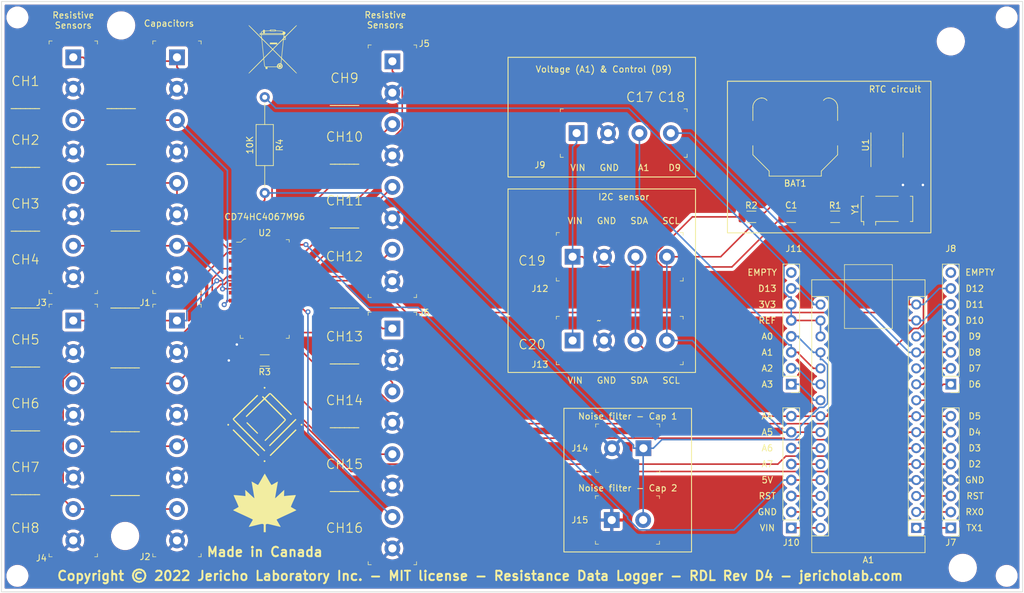
<source format=kicad_pcb>
(kicad_pcb (version 20211014) (generator pcbnew)
  (title_block (title "Resistance Data Logger (RDL) Controller") (rev "Rev D6"))
  (layers (0 "F.Cu" signal) (31 "B.Cu" signal) (34 "B.Paste" user) (35 "F.Paste" user) (36 "B.SilkS" user "B.Silkscreen") (37 "F.SilkS" user "F.Silkscreen") (38 "B.Mask" user) (39 "F.Mask" user) (44 "Edge.Cuts" user))
  (net 0 "")
  (net 1 "/pin3")
  (net 2 "/GND")
  (net 3 "/pin5")
  (net 4 "/pin6")
  (net 5 "/pin7")
  (net 6 "/pin8")
  (net 7 "/pin9")
  (net 8 "/pin10")
  (net 9 "/pin11")
  (net 10 "/pin12")
  (net 11 "/pin13")
  (net 12 "/pin14")
  (net 13 "/pin16")
  (net 14 "/pin17")
  (net 15 "/pin19")
  (net 16 "/pin20")
  (net 17 "/pin21")
  (net 18 "/pin22")
  (net 20 "/pin25")
  (net 21 "/pin27")
  (net 22 "/pin28")
  (net 23 "/pin30")
  (net 24 "/CH1")
  (net 25 "/CH2")
  (net 26 "/CH3")
  (net 27 "/CH4")
  (net 28 "/pin1")
  (net 29 "/pin2")
  (net 31 "/pin26")
  (net 32 "/pin29")
  (net 33 "/VCC15")
  (net 34 "/CH5")
  (net 35 "/CH7")
  (net 36 "/CH8")
  (net 37 "/CH6")
  (net 38 "/CH9")
  (net 39 "/CH10")
  (net 40 "/CH11")
  (net 41 "/CH12")
  (net 42 "/CH13")
  (net 43 "/CH14")
  (net 44 "/CH15")
  (net 45 "/CH16")
  (net 46 "/SDA")
  (net 47 "/SCL")
  (net 48 "/SQW")
  (net 49 "+BATT")
  (net 50 "Net-(R3-Pad1)")
  (net 51 "/OSCI")
  (net 52 "/OSCO")
  (footprint "Resistor_THT:R_Axial_DIN0207_L6.3mm_D2.5mm_P15.24mm_Horizontal" (layer "F.Cu") (at 110.49 58.42 -90)
    (fp_text reference "R4")
    (fp_text value "10K")
  )
  (footprint "digikey-footprints:Term_Block_1x4_P5mm" (layer "F.Cu") (at 160.14 64.135)
    (fp_text reference "J9")
    (fp_text value "~")
  )
  (footprint "Connector_PinHeader_2.54mm:PinHeader_1x08_P2.54mm_Vertical" (layer "F.Cu") (at 194.31 104.11 180)
    (fp_text reference "J11")
    (fp_text value "Screw_Terminal_01x15" hide)
  )
  (footprint "Resistor_SMD:R_1206_3216Metric" (layer "F.Cu") (at 201.295 77.47)
    (fp_text reference "R1")
    (fp_text value "10k")
  )
  (footprint "Connector_PinHeader_2.54mm:PinHeader_1x08_P2.54mm_Vertical" (layer "F.Cu") (at 219.71 104.11 180)
    (fp_text reference "J8")
    (fp_text value "Screw_Terminal_01x15" hide)
  )
  (footprint "Package_SO:SOIC-8_3.9x4.9mm_P1.27mm" (layer "F.Cu") (at 209.55 66.04 90)
    (fp_text reference "U1")
    (fp_text value "DS1307ZN+")
  )
  (footprint "digikey-footprints:Term_Block_1x2_P5mm" (layer "F.Cu") (at 165.735 125.73)
    (fp_text reference "J15")
    (fp_text value "OSTTC020162" hide)
  )
  (footprint "Connector_PinHeader_2.54mm:PinHeader_1x08_P2.54mm_Vertical" (layer "F.Cu") (at 219.71 126.985 180)
    (fp_text reference "J7")
    (fp_text value "Screw_Terminal_01x15" hide)
  )
  (footprint "digikey-footprints:Term_Block_1x8_P5mm" (layer "F.Cu") (at 130.81 52.705 -90)
    (fp_text reference "J5")
    (fp_text value "Screw_Terminal_01x08" hide)
  )
  (footprint "digikey-footprints:SOIC-24_W7.50mm" (layer "F.Cu") (at 110.49 88.9 -90)
    (fp_text reference "U2")
    (fp_text value "CD74HC4067M96")
  )
  (footprint "KiCAD footprints:Do not throw to garbage logo WEEE2" (layer "F.Cu") (at 111.76 50.8)
    (fp_text reference "G1" hide)
    (fp_text value "LOGO" hide)
  )
  (footprint "MountingHole:MountingHole_3.5mm" (layer "F.Cu") (at 219.71 49.53)
    (fp_text reference "H6" hide)
    (fp_text value "MountingHole_3.5mm" hide)
  )
  (footprint "MountingHole:MountingHole_2.5mm" (layer "F.Cu") (at 228.6 134.62)
    (fp_text reference "H3" hide)
    (fp_text value "MountingHole_2.5mm" hide)
  )
  (footprint "MountingHole:MountingHole_3.5mm" (layer "F.Cu") (at 88.265 128.27)
    (fp_text reference "H8" hide)
    (fp_text value "MountingHole_3.5mm" hide)
  )
  (footprint "digikey-footprints:Term_Block_1x4_P5mm" (layer "F.Cu") (at 159.505 97.155)
    (fp_text reference "J13")
    (fp_text value "~" hide)
  )
  (footprint "digikey-footprints:Term_Block_1x8_P5mm" (layer "F.Cu") (at 96.52 52.07 -90)
    (fp_text reference "J1")
    (fp_text value "Screw_Terminal_01x08" hide)
  )
  (footprint "MountingHole:MountingHole_3.5mm" (layer "F.Cu") (at 221.615 133.35)
    (fp_text reference "H7" hide)
    (fp_text value "MountingHole_3.5mm" hide)
  )
  (footprint "digikey-footprints:Term_Block_1x2_P5mm" (layer "F.Cu") (at 170.775 114.3 180)
    (fp_text reference "J14")
    (fp_text value "~" hide)
  )
  (footprint "MountingHole:MountingHole_2.5mm" (layer "F.Cu") (at 71.12 134.62)
    (fp_text reference "H4" hide)
    (fp_text value "MountingHole_2.5mm" hide)
  )
  (footprint "digikey-footprints:Term_Block_1x8_P5mm" (layer "F.Cu") (at 96.52 93.98 -90)
    (fp_text reference "J2")
    (fp_text value "Screw_Terminal_01x08" hide)
  )
  (footprint "digikey-footprints:Term_Block_1x4_P5mm" (layer "F.Cu") (at 159.505 83.82)
    (fp_text reference "J12")
    (fp_text value "Screw_Terminal_01x04" hide)
  )
  (footprint "Module:Arduino_Nano" (layer "F.Cu") (at 214.21 126.985 180)
    (fp_text reference "A1")
    (fp_text value "Arduino_Nano_v3.x" hide)
  )
  (footprint "Capacitor_SMD:C_1206_3216Metric" (layer "F.Cu") (at 194.31 77.47)
    (fp_text reference "C1")
    (fp_text value "1 uF")
  )
  (footprint "Connector_PinHeader_2.54mm:PinHeader_1x08_P2.54mm_Vertical" (layer "F.Cu") (at 194.31 126.985 180)
    (fp_text reference "J10")
    (fp_text value "Screw_Terminal_01x15" hide)
  )
  (footprint "digikey-footprints:Term_Block_1x8_P5mm" (layer "F.Cu") (at 80.01 52.07 -90)
    (fp_text reference "J3")
    (fp_text value "Screw_Terminal_01x08" hide)
  )
  (footprint "digikey-footprints:Term_Block_1x8_P5mm" (layer "F.Cu") (at 80.01 93.98 -90)
    (fp_text reference "J4")
    (fp_text value "~" hide)
  )
  (footprint "KiCAD footprints:made-in-canada" (layer "F.Cu") (at 110.49 123.19)
    (fp_text reference "G2" hide)
    (fp_text value "LOGO" hide)
  )
  (footprint "Battery:BatteryHolder_Keystone_3000_1x12mm" (layer "F.Cu") (at 194.945 64.135 180)
    (fp_text reference "BAT1")
    (fp_text value "3V")
  )
  (footprint "MountingHole:MountingHole_2.5mm" (layer "F.Cu") (at 228.6 45.72)
    (fp_text reference "H2" hide)
    (fp_text value "MountingHole_2.5mm" hide)
  )
  (footprint "Crystal:Crystal_SMD_Abracon_ABS25-4Pin_8.0x3.8mm" (layer "F.Cu") (at 209.55 76.2 90)
    (fp_text reference "Y1")
    (fp_text value "Crystal")
  )
  (footprint "MountingHole:MountingHole_3.5mm" (layer "F.Cu") (at 87.63 46.99)
    (fp_text reference "H5" hide)
    (fp_text value "MountingHole_3.5mm" hide)
  )
  (footprint "MountingHole:MountingHole_2.5mm" (layer "F.Cu") (at 71.12 45.72)
    (fp_text reference "H1" hide)
    (fp_text value "MountingHole_2.5mm" hide)
  )
  (footprint "Jericho-logo-kicad:jericho-logo-kicad" (layer "F.Cu") (at 110.49 110.49)
    (fp_text reference "G***" hide)
    (fp_text value "LOGO" hide)
  )
  (footprint "Resistor_SMD:R_1206_3216Metric" (layer "F.Cu") (at 187.96 77.47)
    (fp_text reference "R2")
    (fp_text value "10k")
  )
  (footprint "digikey-footprints:Term_Block_1x8_P5mm" (layer "F.Cu") (at 130.81 95.25 -90)
    (fp_text reference "J6")
    (fp_text value "~" hide)
  )
  (footprint "Resistor_SMD:R_1206_3216Metric" (layer "F.Cu") (at 110.49 100.33 180)
    (fp_text reference "R3")
    (fp_text value "10K")
  )
  (gr_rect (start 158.115 107.95) (end 178.435 130.81) (layer "F.SilkS") (width 0.15) (fill none))
  (gr_rect (start 184.15 55.88) (end 216.535 80.01) (layer "F.SilkS") (width 0.15) (fill none))
  (gr_rect (start 149.225 73.025) (end 179.07 102.235) (layer "F.SilkS") (width 0.15) (fill none))
  (gr_rect (start 149.225 52.07) (end 179.07 71.12) (layer "F.SilkS") (width 0.15) (fill none))
  (gr_rect (start 68.58 43.18) (end 231.14 137.16) (layer "Edge.Cuts") (width 0.1) (fill none))
  (gr_text "REF" (at 190.5 93.965) (layer "F.SilkS") (effects (font (size 1 1))))
  (gr_text "______" (at 72.39 79.2) (layer "F.SilkS") (effects (font (size 1 1))))
  (gr_text "D4" (at 223.52 111.745) (layer "F.SilkS") (effects (font (size 1 1))))
  (gr_text "RTC circuit" (at 210.82 57.15) (layer "F.SilkS") (effects (font (size 1 1))))
  (gr_text "CH9" (at 123.19 55.38) (layer "F.SilkS") (effects (font (size 1.5 1.5))))
  (gr_text "D6" (at 223.52 104.125) (layer "F.SilkS") (effects (font (size 1 1))))
  (gr_text "VIN   GND   SDA   SCL" (at 167.64 103.505) (layer "F.SilkS") (effects (font (size 1 1))))
  (gr_text "CH10" (at 123.19 64.73) (layer "F.SilkS") (effects (font (size 1.5 1.5))))
  (gr_text "RST" (at 190.5 121.905) (layer "F.SilkS") (effects (font (size 1 1))))
  (gr_text "______" (at 72.39 59.69) (layer "F.SilkS") (effects (font (size 1 1))))
  (gr_text "D2" (at 223.52 116.825) (layer "F.SilkS") (effects (font (size 1 1))))
  (gr_text "TX1" (at 223.52 126.985) (layer "F.SilkS") (effects (font (size 1 1))))
  (gr_text "______" (at 88.265 91.44) (layer "F.SilkS") (effects (font (size 1 1))))
  (gr_text "______" (at 88.265 111.125) (layer "F.SilkS") (effects (font (size 1 1))))
  (gr_text "I2C sensor" (at 167.64 74.295) (layer "F.SilkS") (effects (font (size 1 1))))
  (gr_text "______" (at 123.19 110.49) (layer "F.SilkS") (effects (font (size 1 1))))
  (gr_text "______" (at 87.63 59.69) (layer "F.SilkS") (effects (font (size 1 1))))
  (gr_text "VIN" (at 190.5 126.985) (layer "F.SilkS") (effects (font (size 1 1))))
  (gr_text "C17" (at 170.18 58.42) (layer "F.SilkS") (effects (font (size 1.5 1.5))))
  (gr_text "CH16" (at 123.19 127) (layer "F.SilkS") (effects (font (size 1.5 1.5))))
  (gr_text "Resistive\nSensors" (at 129.7 46.14) (layer "F.SilkS") (effects (font (size 1 1))))
  (gr_text "CH1" (at 72.39 55.88) (layer "F.SilkS") (effects (font (size 1.5 1.5))))
  (gr_text "RX0" (at 223.52 124.445) (layer "F.SilkS") (effects (font (size 1 1))))
  (gr_text "______" (at 72.39 69.04) (layer "F.SilkS") (effects (font (size 1 1))))
  (gr_text "______" (at 123.19 91.44) (layer "F.SilkS") (effects (font (size 1 1))))
  (gr_text "D12" (at 223.52 88.885) (layer "F.SilkS") (effects (font (size 1 1))))
  (gr_text "RST" (at 223.571097 121.912433) (layer "F.SilkS") (effects (font (size 1 1))))
  (gr_text "Noise filter - Cap 1" (at 168.275 109.22) (layer "F.SilkS") (effects (font (size 1 1))))
  (gr_text "CH15" (at 123.19 116.84) (layer "F.SilkS") (effects (font (size 1.5 1.5))))
  (gr_text "______" (at 123.19 59.19) (layer "F.SilkS") (effects (font (size 1 1))))
  (gr_text "D10" (at 223.52 93.965) (layer "F.SilkS") (effects (font (size 1 1))))
  (gr_text "EMPTY" (at 224.365866 86.311061) (layer "F.SilkS") (effects (font (size 1 1))))
  (gr_text "D8" (at 223.52 99.045) (layer "F.SilkS") (effects (font (size 1 1))))
  (gr_text "GND" (at 223.52 119.365) (layer "F.SilkS") (effects (font (size 1 1))))
  (gr_text "CH13" (at 123.19 96.52) (layer "F.SilkS") (effects (font (size 1.5 1.5))))
  (gr_text "______" (at 72.39 91.44) (layer "F.SilkS") (effects (font (size 1 1))))
  (gr_text "______" (at 72.39 100.83) (layer "F.SilkS") (effects (font (size 1 1))))
  (gr_text "CH8" (at 72.39 127) (layer "F.SilkS") (effects (font (size 1.5 1.5))))
  (gr_text "5V" (at 190.5 119.365) (layer "F.SilkS") (effects (font (size 1 1))))
  (gr_text "CH12" (at 123.19 83.78) (layer "F.SilkS") (effects (font (size 1.5 1.5))))
  (gr_text "Copyright © 2022 Jericho Laboratory Inc. - MIT license - Resistance Data Logger - RDL Rev D4 - jericholab.com" (at 144.78 134.62) (layer "F.SilkS") (effects (font (size 1.5 1.5) (thickness 0.3))))
  (gr_text "Made in Canada" (at 110.49 130.81) (layer "F.SilkS") (effects (font (size 1.5 1.5) (thickness 0.3))))
  (gr_text "A7" (at 190.5 116.825) (layer "F.SilkS") (effects (font (size 1 1))))
  (gr_text "______" (at 87.63 68.58) (layer "F.SilkS") (effects (font (size 1 1))))
  (gr_text "D5" (at 223.52 109.205) (layer "F.SilkS") (effects (font (size 1 1))))
  (gr_text "______" (at 123.19 120.65) (layer "F.SilkS") (effects (font (size 1 1))))
  (gr_text "D3" (at 223.52 114.285) (layer "F.SilkS") (effects (font (size 1 1))))
  (gr_text "______" (at 88.265 121.285) (layer "F.SilkS") (effects (font (size 1 1))))
  (gr_text "A3" (at 190.5 104.125) (layer "F.SilkS") (effects (font (size 1 1))))
  (gr_text "______" (at 123.19 68.54) (layer "F.SilkS") (effects (font (size 1 1))))
  (gr_text "A5" (at 190.5 111.745) (layer "F.SilkS") (effects (font (size 1 1))))
  (gr_text "Noise filter - Cap 2" (at 168.275 120.65) (layer "F.SilkS") (effects (font (size 1 1))))
  (gr_text "______" (at 72.39 121.15) (layer "F.SilkS") (effects (font (size 1 1))))
  (gr_text "GND" (at 190.5 124.445) (layer "F.SilkS") (effects (font (size 1 1))))
  (gr_text "______" (at 88.265 100.965) (layer "F.SilkS") (effects (font (size 1 1))))
  (gr_text "Capacitors" (at 95.25 46.67) (layer "F.SilkS") (effects (font (size 1 1))))
  (gr_text "Voltage (A1) & Control (D9)\n" (at 164.465 53.975) (layer "F.SilkS") (effects (font (size 1 1))))
  (gr_text "______" (at 88.306386 79.183406) (layer "F.SilkS") (effects (font (size 1 1))))
  (gr_text "CH7\n" (at 72.39 117.34) (layer "F.SilkS") (effects (font (size 1.5 1.5))))
  (gr_text "D9" (at 223.52 96.505) (layer "F.SilkS") (effects (font (size 1 1))))
  (gr_text "C18\n" (at 175.26 58.42) (layer "F.SilkS") (effects (font (size 1.5 1.5))))
  (gr_text "A6" (at 190.5 114.285) (layer "F.SilkS") (effects (font (size 1 1))))
  (gr_text "A4" (at 190.5 109.205) (layer "F.SilkS") (effects (font (size 1 1))))
  (gr_text "CH3\n" (at 72.39 75.39) (layer "F.SilkS") (effects (font (size 1.5 1.5))))
  (gr_text "D7" (at 223.52 101.585) (layer "F.SilkS") (effects (font (size 1 1))))
  (gr_text "CH4\n" (at 72.39 84.28) (layer "F.SilkS") (effects (font (size 1.5 1.5))))
  (gr_text "Resistive\nSensors" (at 80.01 46.18) (layer "F.SilkS") (effects (font (size 1 1))))
  (gr_text "3V3" (at 190.5 91.425) (layer "F.SilkS") (effects (font (size 1 1))))
  (gr_text "EMPTY" (at 189.693715 86.328329) (layer "F.SilkS") (effects (font (size 1 1))))
  (gr_text "CH11" (at 123.19 74.89) (layer "F.SilkS") (effects (font (size 1.5 1.5))))
  (gr_text "______" (at 123.19 78.7) (layer "F.SilkS") (effects (font (size 1 1))))
  (gr_text "C19" (at 153.035 84.455) (layer "F.SilkS") (effects (font (size 1.5 1.5))))
  (gr_text "A1" (at 190.5 99.045) (layer "F.SilkS") (effects (font (size 1 1))))
  (gr_text "D13" (at 190.5 88.885) (layer "F.SilkS") (effects (font (size 1 1))))
  (gr_text "______" (at 72.39 110.99) (layer "F.SilkS") (effects (font (size 1 1))))
  (gr_text "CH6" (at 72.39 107.18) (layer "F.SilkS") (effects (font (size 1.5 1.5))))
  (gr_text "A0" (at 190.5 96.505) (layer "F.SilkS") (effects (font (size 1 1))))
  (gr_text "C20" (at 153.035 97.79) (layer "F.SilkS") (effects (font (size 1.5 1.5))))
  (gr_text "______" (at 123.19 100.33) (layer "F.SilkS") (effects (font (size 1 1))))
  (gr_text "D11" (at 223.52 91.425) (layer "F.SilkS") (effects (font (size 1 1))))
  (gr_text "CH2\n" (at 72.39 65.23) (layer "F.SilkS") (effects (font (size 1.5 1.5))))
  (gr_text "A2" (at 190.5 101.585) (layer "F.SilkS") (effects (font (size 1 1))))
  (gr_text "CH14" (at 123.19 106.68) (layer "F.SilkS") (effects (font (size 1.5 1.5))))
  (gr_text "CH5\n" (at 72.39 97.02) (layer "F.SilkS") (effects (font (size 1.5 1.5))))
  (gr_text "VIN   GND    A1    D9" (at 167.935639 69.653527) (layer "F.SilkS") (effects (font (size 1 1))))
  (gr_text "VIN   GND   SDA   SCL" (at 167.64 78.105) (layer "F.SilkS") (effects (font (size 1 1))))
  (segment (start 214.21 121.905) (end 219.71 121.905) (width 0.25) (layer "F.Cu") (net 1))
  (via (at 212.09 72.39) (size 0.8) (drill 0.4) (layers "F.Cu" "B.Cu") (net 2))
  (via (at 106.045 97.79) (size 0.8) (drill 0.4) (layers "F.Cu" "B.Cu") (net 2))
  (via (at 215.265 72.39) (size 0.8) (drill 0.4) (layers "F.Cu" "B.Cu") (net 2))
  (via (at 104.775 100.33) (size 0.8) (drill 0.4) (layers "F.Cu" "B.Cu") (net 2))
  (segment (start 212.09 72.39) (end 215.265 72.39) (width 0.25) (layer "B.Cu") (net 2))
  (segment (start 106.045 97.79) (end 104.775 99.06) (width 0.25) (layer "B.Cu") (net 2))
  (segment (start 104.775 99.06) (end 104.775 100.33) (width 0.25) (layer "B.Cu") (net 2))
  (segment (start 105.79 93.345) (end 104.4647 93.345) (width 0.25) (layer "F.Cu") (net 3))
  (segment (start 219.71 116.825) (end 214.21 116.825) (width 0.25) (layer "F.Cu") (net 3))
  (segment (start 214.21 116.825) (end 213.0847 116.825) (width 0.25) (layer "F.Cu") (net 3))
  (segment (start 211.9038 118.0059) (end 124.2438 118.0059) (width 0.25) (layer "F.Cu") (net 3))
  (segment (start 124.2438 118.0059) (end 104.4647 98.2268) (width 0.25) (layer "F.Cu") (net 3))
  (segment (start 104.4647 98.2268) (end 104.4647 93.345) (width 0.25) (layer "F.Cu") (net 3))
  (segment (start 213.0847 116.825) (end 211.9038 118.0059) (width 0.25) (layer "F.Cu") (net 3))
  (segment (start 213.0847 114.285) (end 211.8147 115.555) (width 0.25) (layer "F.Cu") (net 4))
  (segment (start 211.8147 115.555) (end 193.455 115.555) (width 0.25) (layer "F.Cu") (net 4))
  (segment (start 193.455 115.555) (end 192.1791 116.8309) (width 0.25) (layer "F.Cu") (net 4))
  (segment (start 105.79 94.615) (end 107.1153 94.615) (width 0.25) (layer "F.Cu") (net 4))
  (segment (start 214.21 114.285) (end 213.0847 114.285) (width 0.25) (layer "F.Cu") (net 4))
  (segment (start 107.1153 100.2405) (end 107.1153 94.615) (width 0.25) (layer "F.Cu") (net 4))
  (segment (start 192.1791 116.8309) (end 123.7057 116.8309) (width 0.25) (layer "F.Cu") (net 4))
  (segment (start 123.7057 116.8309) (end 107.1153 100.2405) (width 0.25) (layer "F.Cu") (net 4))
  (segment (start 219.71 114.285) (end 214.21 114.285) (width 0.25) (layer "F.Cu") (net 4))
  (segment (start 214.21 111.745) (end 213.0847 111.745) (width 0.25) (layer "F.Cu") (net 5))
  (segment (start 113.8647 96.3249) (end 113.8647 94.615) (width 0.25) (layer "F.Cu") (net 5))
  (segment (start 193.3524 112.9424) (end 193.109 112.699) (width 0.25) (layer "F.Cu") (net 5))
  (segment (start 115.19 94.615) (end 113.8647 94.615) (width 0.25) (layer "F.Cu") (net 5))
  (segment (start 213.0847 111.745) (end 211.8873 112.9424) (width 0.25) (layer "F.Cu") (net 5))
  (segment (start 193.109 112.699) (end 130.2388 112.699) (width 0.25) (layer "F.Cu") (net 5))
  (segment (start 219.71 111.745) (end 214.21 111.745) (width 0.25) (layer "F.Cu") (net 5))
  (segment (start 130.2388 112.699) (end 113.8647 96.3249) (width 0.25) (layer "F.Cu") (net 5))
  (segment (start 211.8873 112.9424) (end 193.3524 112.9424) (width 0.25) (layer "F.Cu") (net 5))
  (segment (start 214.21 109.205) (end 213.0847 109.205) (width 0.25) (layer "F.Cu") (net 6))
  (segment (start 211.8941 110.3956) (end 133.7277 110.3956) (width 0.25) (layer "F.Cu") (net 6))
  (segment (start 213.0847 109.205) (end 211.8941 110.3956) (width 0.25) (layer "F.Cu") (net 6))
  (segment (start 133.7277 110.3956) (end 119.2171 95.885) (width 0.25) (layer "F.Cu") (net 6))
  (segment (start 219.71 109.205) (end 214.21 109.205) (width 0.25) (layer "F.Cu") (net 6))
  (segment (start 119.2171 95.885) (end 115.19 95.885) (width 0.25) (layer "F.Cu") (net 6))
  (segment (start 214.21 106.665) (end 215.9797 106.665) (width 0.25) (layer "F.Cu") (net 7))
  (segment (start 219.71 104.11) (end 218.5347 104.11) (width 0.25) (layer "F.Cu") (net 7))
  (segment (start 215.9797 106.665) (end 218.5347 104.11) (width 0.25) (layer "F.Cu") (net 7))
  (segment (start 214.21 104.125) (end 215.3353 104.125) (width 0.25) (layer "F.Cu") (net 8))
  (segment (start 217.8903 101.57) (end 219.71 101.57) (width 0.25) (layer "F.Cu") (net 8))
  (segment (start 215.3353 104.125) (end 217.8903 101.57) (width 0.25) (layer "F.Cu") (net 8))
  (segment (start 217.8903 99.03) (end 219.71 99.03) (width 0.25) (layer "F.Cu") (net 9))
  (segment (start 214.21 101.585) (end 215.3353 101.585) (width 0.25) (layer "F.Cu") (net 9))
  (segment (start 215.3353 101.585) (end 217.8903 99.03) (width 0.25) (layer "F.Cu") (net 9))
  (segment (start 214.21 99.045) (end 215.3353 99.045) (width 0.25) (layer "F.Cu") (net 10))
  (segment (start 217.8903 96.49) (end 219.71 96.49) (width 0.25) (layer "F.Cu") (net 10))
  (segment (start 215.3353 99.045) (end 217.8903 96.49) (width 0.25) (layer "F.Cu") (net 10))
  (segment (start 214.21 99.045) (end 213.0847 99.045) (width 0.25) (layer "B.Cu") (net 10))
  (segment (start 213.0847 99.045) (end 178.1747 64.135) (width 0.25) (layer "B.Cu") (net 10))
  (segment (start 178.1747 64.135) (end 175.14 64.135) (width 0.25) (layer "B.Cu") (net 10))
  (segment (start 214.21 96.505) (end 215.3353 96.505) (width 0.25) (layer "F.Cu") (net 11))
  (segment (start 215.3353 96.505) (end 217.8903 93.95) (width 0.25) (layer "F.Cu") (net 11))
  (segment (start 217.8903 93.95) (end 219.71 93.95) (width 0.25) (layer "F.Cu") (net 11))
  (segment (start 127.9372 87.63) (end 133.0022 92.695) (width 0.25) (layer "F.Cu") (net 12))
  (segment (start 211.8147 92.695) (end 213.0847 93.965) (width 0.25) (layer "F.Cu") (net 12))
  (segment (start 133.0022 92.695) (end 211.8147 92.695) (width 0.25) (layer "F.Cu") (net 12))
  (segment (start 109.0275 92.6097) (end 114.0072 87.63) (width 0.25) (layer "F.Cu") (net 12))
  (segment (start 109.0275 100.33) (end 109.0275 92.6097) (width 0.25) (layer "F.Cu") (net 12))
  (segment (start 214.21 93.965) (end 213.0847 93.965) (width 0.25) (layer "F.Cu") (net 12))
  (segment (start 114.0072 87.63) (end 127.9372 87.63) (width 0.25) (layer "F.Cu") (net 12))
  (segment (start 215.3353 93.965) (end 217.8903 91.41) (width 0.25) (layer "B.Cu") (net 12))
  (segment (start 214.21 93.965) (end 215.3353 93.965) (width 0.25) (layer "B.Cu") (net 12))
  (segment (start 217.8903 91.41) (end 219.71 91.41) (width 0.25) (layer "B.Cu") (net 12))
  (segment (start 198.97 91.425) (end 197.8447 91.425) (width 0.25) (layer "B.Cu") (net 13))
  (segment (start 194.31 88.87) (end 195.4853 88.87) (width 0.25) (layer "B.Cu") (net 13))
  (segment (start 197.8447 91.425) (end 197.8447 91.2294) (width 0.25) (layer "B.Cu") (net 13))
  (segment (start 197.8447 91.2294) (end 195.4853 88.87) (width 0.25) (layer "B.Cu") (net 13))
  (segment (start 194.31 93.95) (end 195.4853 93.95) (width 0.25) (layer "F.Cu") (net 14))
  (segment (start 198.97 93.965) (end 195.5003 93.965) (width 0.25) (layer "F.Cu") (net 14))
  (segment (start 195.5003 93.965) (end 195.4853 93.95) (width 0.25) (layer "F.Cu") (net 14))
  (segment (start 194.31 90.2347) (end 193.9426 90.2347) (width 0.25) (layer "B.Cu") (net 14))
  (segment (start 112.239 60.169) (end 110.49 58.42) (width 0.25) (layer "B.Cu") (net 14))
  (segment (start 198.97 96.505) (end 198.97 93.965) (width 0.25) (layer "B.Cu") (net 14))
  (segment (start 193.1347 84.8602) (end 168.4435 60.169) (width 0.25) (layer "B.Cu") (net 14))
  (segment (start 193.1347 89.4268) (end 193.1347 84.8602) (width 0.25) (layer "B.Cu") (net 14))
  (segment (start 194.31 91.41) (end 194.31 90.2347) (width 0.25) (layer "B.Cu") (net 14))
  (segment (start 194.31 93.95) (end 194.31 91.41) (width 0.25) (layer "B.Cu") (net 14))
  (segment (start 168.4435 60.169) (end 112.239 60.169) (width 0.25) (layer "B.Cu") (net 14))
  (segment (start 193.9426 90.2347) (end 193.1347 89.4268) (width 0.25) (layer "B.Cu") (net 14))
  (segment (start 105.79 81.915) (end 107.1153 81.915) (width 0.25) (layer "F.Cu") (net 15))
  (segment (start 110.49 73.66) (end 110.49 74.7853) (width 0.25) (layer "F.Cu") (net 15))
  (segment (start 107.1153 78.16) (end 107.1153 81.915) (width 0.25) (layer "F.Cu") (net 15))
  (segment (start 110.49 74.7853) (end 107.1153 78.16) (width 0.25) (layer "F.Cu") (net 15))
  (segment (start 200.0961 101.0151) (end 200.0961 107.1691) (width 0.25) (layer "B.Cu") (net 15))
  (segment (start 197.8447 99.045) (end 195.4853 96.6856) (width 0.25) (layer "B.Cu") (net 15))
  (segment (start 111.6153 73.66) (end 129.052 73.66) (width 0.25) (layer "B.Cu") (net 15))
  (segment (start 169.9874 114.3) (end 170.735 115.0476) (width 0.25) (layer "B.Cu") (net 15))
  (segment (start 170.775 114.3) (end 172.3503 114.3) (width 0.25) (layer "B.Cu") (net 15))
  (segment (start 170.735 115.0476) (end 170.735 125.73) (width 0.25) (layer "B.Cu") (net 15))
  (segment (start 199.2513 100.1703) (end 200.0961 101.0151) (width 0.25) (layer "B.Cu") (net 15))
  (segment (start 194.8402 112.9308) (end 173.7195 112.9308) (width 0.25) (layer "B.Cu") (net 15))
  (segment (start 198.4074 99.045) (end 197.8447 99.045) (width 0.25) (layer "B.Cu") (net 15))
  (segment (start 110.49 73.66) (end 111.6153 73.66) (width 0.25) (layer "B.Cu") (net 15))
  (segment (start 169.9874 114.3) (end 169.1997 114.3) (width 0.25) (layer "B.Cu") (net 15))
  (segment (start 200.0961 107.1691) (end 199.4748 107.7904) (width 0.25) (layer "B.Cu") (net 15))
  (segment (start 198.97 99.045) (end 198.97 100.1703) (width 0.25) (layer "B.Cu") (net 15))
  (segment (start 194.31 96.49) (end 195.4853 96.49) (width 0.25) (layer "B.Cu") (net 15))
  (segment (start 195.7325 112.0385) (end 194.8402 112.9308) (width 0.25) (layer "B.Cu") (net 15))
  (segment (start 170.775 114.3) (end 169.9874 114.3) (width 0.25) (layer "B.Cu") (net 15))
  (segment (start 198.4074 99.045) (end 198.97 99.045) (width 0.25) (layer "B.Cu") (net 15))
  (segment (start 199.4748 107.7904) (end 198.7747 107.7904) (width 0.25) (layer "B.Cu") (net 15))
  (segment (start 198.97 100.1703) (end 199.2513 100.1703) (width 0.25) (layer "B.Cu") (net 15))
  (segment (start 195.7325 110.8326) (end 195.7325 112.0385) (width 0.25) (layer "B.Cu") (net 15))
  (segment (start 129.052 73.66) (end 169.1997 113.8077) (width 0.25) (layer "B.Cu") (net 15))
  (segment (start 173.7195 112.9308) (end 172.3503 114.3) (width 0.25) (layer "B.Cu") (net 15))
  (segment (start 169.1997 113.8077) (end 169.1997 114.3) (width 0.25) (layer "B.Cu") (net 15))
  (segment (start 198.7747 107.7904) (end 195.7325 110.8326) (width 0.25) (layer "B.Cu") (net 15))
  (segment (start 195.4853 96.6856) (end 195.4853 96.49) (width 0.25) (layer "B.Cu") (net 15))
  (segment (start 197.8447 101.585) (end 195.4853 99.2256) (width 0.25) (layer "F.Cu") (net 16))
  (segment (start 194.31 99.03) (end 195.4853 99.03) (width 0.25) (layer "F.Cu") (net 16))
  (segment (start 198.97 101.585) (end 197.8447 101.585) (width 0.25) (layer "F.Cu") (net 16))
  (segment (start 195.4853 99.2256) (end 195.4853 99.03) (width 0.25) (layer "F.Cu") (net 16))
  (segment (start 194.31 97.8547) (end 193.9427 97.8547) (width 0.25) (layer "B.Cu") (net 16))
  (segment (start 170.14 74.052) (end 170.14 64.135) (width 0.25) (layer "B.Cu") (net 16))
  (segment (start 193.9427 97.8547) (end 170.14 74.052) (width 0.25) (layer "B.Cu") (net 16))
  (segment (start 194.31 99.03) (end 194.31 97.8547) (width 0.25) (layer "B.Cu") (net 16))
  (segment (start 194.31 101.57) (end 195.4853 101.57) (width 0.25) (layer "B.Cu") (net 17))
  (segment (start 195.4853 101.7656) (end 195.4853 101.57) (width 0.25) (layer "B.Cu") (net 17))
  (segment (start 197.8447 104.125) (end 195.4853 101.7656) (width 0.25) (layer "B.Cu") (net 17))
  (segment (start 198.97 104.125) (end 197.8447 104.125) (width 0.25) (layer "B.Cu") (net 17))
  (segment (start 194.31 104.11) (end 195.4853 104.11) (width 0.25) (layer "B.Cu") (net 18))
  (segment (start 197.8447 106.4694) (end 195.4853 104.11) (width 0.25) (layer "B.Cu") (net 18))
  (segment (start 197.8447 106.665) (end 197.8447 106.4694) (width 0.25) (layer "B.Cu") (net 18))
  (segment (start 198.97 106.665) (end 197.8447 106.665) (width 0.25) (layer "B.Cu") (net 18))
  (segment (start 194.31 114.285) (end 198.97 114.285) (width 0.25) (layer "F.Cu") (net 20))
  (segment (start 198.97 119.365) (end 194.31 119.365) (width 0.25) (layer "F.Cu") (net 21))
  (segment (start 117.0496 81.8798) (end 116.5505 81.8798) (width 0.25) (layer "F.Cu") (net 21))
  (segment (start 115.19 81.915) (end 116.5153 81.915) (width 0.25) (layer "F.Cu") (net 21))
  (segment (start 116.5505 81.8798) (end 116.5153 81.915) (width 0.25) (layer "F.Cu") (net 21))
  (via (at 117.0496 81.8798) (size 0.8) (drill 0.4) (layers "F.Cu" "B.Cu") (net 21))
  (segment (start 194.31 119.365) (end 193.1347 119.365) (width 0.25) (layer "B.Cu") (net 21))
  (segment (start 193.1347 119.365) (end 185.1943 127.3054) (width 0.25) (layer "B.Cu") (net 21))
  (segment (start 134.8945 91.8673) (end 127.0371 91.8673) (width 0.25) (layer "B.Cu") (net 21))
  (segment (start 127.0371 91.8673) (end 117.0496 81.8798) (width 0.25) (layer "B.Cu") (net 21))
  (segment (start 168.271 125.4952) (end 168.271 125.2438) (width 0.25) (layer "B.Cu") (net 21))
  (segment (start 185.1943 127.3054) (end 170.0812 127.3054) (width 0.25) (layer "B.Cu") (net 21))
  (segment (start 170.0812 127.3054) (end 168.271 125.4952) (width 0.25) (layer "B.Cu") (net 21))
  (segment (start 168.271 125.2438) (end 134.8945 91.8673) (width 0.25) (layer "B.Cu") (net 21))
  (segment (start 194.31 121.905) (end 198.97 121.905) (width 0.25) (layer "F.Cu") (net 22))
  (segment (start 194.31 126.985) (end 198.97 126.985) (width 0.25) (layer "F.Cu") (net 23))
  (segment (start 81.5853 52.07) (end 82.1914 52.6761) (width 0.25) (layer "F.Cu") (net 24))
  (segment (start 96.52 52.07) (end 96.52 52.6761) (width 0.25) (layer "F.Cu") (net 24))
  (segment (start 96.52 53.6453) (end 111.6553 68.7806) (width 0.25) (layer "F.Cu") (net 24))
  (segment (start 96.52 52.6761) (end 96.52 53.6453) (width 0.25) (layer "F.Cu") (net 24))
  (segment (start 105.79 92.075) (end 107.1153 92.075) (width 0.25) (layer "F.Cu") (net 24))
  (segment (start 80.01 52.07) (end 81.5853 52.07) (width 0.25) (layer "F.Cu") (net 24))
  (segment (start 111.6553 87.535) (end 107.1153 92.075) (width 0.25) (layer "F.Cu") (net 24))
  (segment (start 82.1914 52.6761) (end 96.52 52.6761) (width 0.25) (layer "F.Cu") (net 24))
  (segment (start 111.6553 68.7806) (end 111.6553 87.535) (width 0.25) (layer "F.Cu") (net 24))
  (segment (start 105.79 90.805) (end 104.4647 90.805) (width 0.25) (layer "F.Cu") (net 25))
  (segment (start 104.0385 91.4413) (end 104.4647 91.0151) (width 0.25) (layer "F.Cu") (net 25))
  (segment (start 104.4647 91.0151) (end 104.4647 90.805) (width 0.25) (layer "F.Cu") (net 25))
  (segment (start 80.01 62.07) (end 96.52 62.07) (width 0.25) (layer "F.Cu") (net 25))
  (via (at 104.0385 91.4413) (size 0.8) (drill 0.4) (layers "F.Cu" "B.Cu") (net 25))
  (segment (start 104.5504 70.1004) (end 104.5504 90.9294) (width 0.25) (layer "B.Cu") (net 25))
  (segment (start 104.5504 90.9294) (end 104.0385 91.4413) (width 0.25) (layer "B.Cu") (net 25))
  (segment (start 96.52 62.07) (end 104.5504 70.1004) (width 0.25) (layer "B.Cu") (net 25))
  (segment (start 80.01 72.07) (end 96.52 72.07) (width 0.25) (layer "F.Cu") (net 26))
  (segment (start 107.6093 89.041) (end 107.1153 89.535) (width 0.25) (layer "F.Cu") (net 26))
  (segment (start 96.52 74.4442) (end 104.6258 82.55) (width 0.25) (layer "F.Cu") (net 26))
  (segment (start 104.6258 82.55) (end 106.9338 82.55) (width 0.25) (layer "F.Cu") (net 26))
  (segment (start 106.9338 82.55) (end 107.6093 83.2255) (width 0.25) (layer "F.Cu") (net 26))
  (segment (start 96.52 72.07) (end 96.52 74.4442) (width 0.25) (layer "F.Cu") (net 26))
  (segment (start 105.79 89.535) (end 107.1153 89.535) (width 0.25) (layer "F.Cu") (net 26))
  (segment (start 107.6093 83.2255) (end 107.6093 89.041) (width 0.25) (layer "F.Cu") (net 26))
  (segment (start 103.8036 88.9096) (end 105.1454 88.9096) (width 0.25) (layer "F.Cu") (net 27))
  (segment (start 80.01 82.07) (end 96.52 82.07) (width 0.25) (layer "F.Cu") (net 27))
  (segment (start 103.7759 88.9373) (end 103.8036 88.9096) (width 0.25) (layer "F.Cu") (net 27))
  (segment (start 105.1454 88.9096) (end 105.79 88.265) (width 0.25) (layer "F.Cu") (net 27))
  (via (at 103.7759 88.9373) (size 0.8) (drill 0.4) (layers "F.Cu" "B.Cu") (net 27))
  (segment (start 103.7759 87.5102) (end 103.7759 88.9373) (width 0.25) (layer "B.Cu") (net 27))
  (segment (start 98.3357 82.07) (end 103.7759 87.5102) (width 0.25) (layer "B.Cu") (net 27))
  (segment (start 96.52 82.07) (end 98.3357 82.07) (width 0.25) (layer "B.Cu") (net 27))
  (segment (start 214.21 126.985) (end 219.71 126.985) (width 0.25) (layer "F.Cu") (net 28))
  (segment (start 214.21 124.445) (end 219.71 124.445) (width 0.25) (layer "F.Cu") (net 29))
  (segment (start 194.31 116.825) (end 198.97 116.825) (width 0.25) (layer "F.Cu") (net 31))
  (segment (start 194.31 124.445) (end 198.97 124.445) (width 0.25) (layer "F.Cu") (net 32))
  (segment (start 173.8602 85.4403) (end 184.8647 85.4403) (width 0.25) (layer "F.Cu") (net 33))
  (segment (start 213.0847 90.7222) (end 199.8325 77.47) (width 0.25) (layer "F.Cu") (net 33))
  (segment (start 172.8852 84.4653) (end 173.8602 85.4403) (width 0.25) (layer "F.Cu") (net 33))
  (segment (start 194.0728 76.2322) (end 198.5947 76.2322) (width 0.25) (layer "F.Cu") (net 33))
  (segment (start 198.5947 76.2322) (end 199.8325 77.47) (width 0.25) (layer "F.Cu") (net 33))
  (segment (start 184.8647 85.4403) (end 192.835 77.47) (width 0.25) (layer "F.Cu") (net 33))
  (segment (start 214.21 91.425) (end 213.0847 91.425) (width 0.25) (layer "F.Cu") (net 33))
  (segment (start 192.835 77.47) (end 194.0728 76.2322) (width 0.25) (layer "F.Cu") (net 33))
  (segment (start 198.5947 72.6153) (end 198.5947 76.2322) (width 0.25) (layer "F.Cu") (net 33))
  (segment (start 172.8852 84.4653) (end 171.9552 85.3953) (width 0.25) (layer "F.Cu") (net 33))
  (segment (start 171.9552 85.3953) (end 162.6556 85.3953) (width 0.25) (layer "F.Cu") (net 33))
  (segment (start 172.8852 84.4653) (end 172.8852 83.1536) (width 0.25) (layer "F.Cu") (net 33))
  (segment (start 172.8852 83.1536) (end 178.5688 77.47) (width 0.25) (layer "F.Cu") (net 33))
  (segment (start 162.6556 85.3953) (end 161.0803 83.82) (width 0.25) (layer "F.Cu") (net 33))
  (segment (start 213.0847 91.425) (end 213.0847 90.7222) (width 0.25) (layer "F.Cu") (net 33))
  (segment (start 207.645 63.565) (end 198.5947 72.6153) (width 0.25) (layer "F.Cu") (net 33))
  (segment (start 178.5688 77.47) (end 186.4975 77.47) (width 0.25) (layer "F.Cu") (net 33))
  (segment (start 159.505 83.82) (end 161.0803 83.82) (width 0.25) (layer "F.Cu") (net 33))
  (segment (start 214.21 91.425) (end 215.3353 91.425) (width 0.25) (layer "B.Cu") (net 33))
  (segment (start 215.3353 91.425) (end 217.8903 88.87) (width 0.25) (layer "B.Cu") (net 33))
  (segment (start 159.505 66.3453) (end 160.14 65.7103) (width 0.25) (layer "B.Cu") (net 33))
  (segment (start 159.505 83.82) (end 159.505 66.3453) (width 0.25) (layer "B.Cu") (net 33))
  (segment (start 159.505 97.155) (end 159.505 83.82) (width 0.25) (layer "B.Cu") (net 33))
  (segment (start 160.14 64.135) (end 160.14 65.7103) (width 0.25) (layer "B.Cu") (net 33))
  (segment (start 217.8903 88.87) (end 219.71 88.87) (width 0.25) (layer "B.Cu") (net 33))
  (segment (start 103.8144 87.6453) (end 104.4647 86.995) (width 0.25) (layer "F.Cu") (net 34))
  (segment (start 80.01 93.98) (end 96.52 93.98) (width 0.25) (layer "F.Cu") (net 34))
  (segment (start 105.79 86.995) (end 104.4647 86.995) (width 0.25) (layer "F.Cu") (net 34))
  (segment (start 102.8666 87.6453) (end 103.8144 87.6453) (width 0.25) (layer "F.Cu") (net 34))
  (via (at 102.8666 87.6453) (size 0.8) (drill 0.4) (layers "F.Cu" "B.Cu") (net 34))
  (segment (start 96.52 93.98) (end 98.0953 93.98) (width 0.25) (layer "B.Cu") (net 34))
  (segment (start 98.0953 93.98) (end 98.0953 92.4166) (width 0.25) (layer "B.Cu") (net 34))
  (segment (start 98.0953 92.4166) (end 102.8666 87.6453) (width 0.25) (layer "B.Cu") (net 34))
  (segment (start 102.7535 107.7465) (end 102.7535 88.934) (width 0.25) (layer "F.Cu") (net 35))
  (segment (start 105.79 84.455) (end 107.1153 84.455) (width 0.25) (layer "F.Cu") (net 35))
  (segment (start 103.4755 88.212) (end 104.0361 88.212) (width 0.25) (layer "F.Cu") (net 35))
  (segment (start 106.9592 87.63) (end 107.1153 87.4739) (width 0.25) (layer "F.Cu") (net 35))
  (segment (start 104.0361 88.212) (end 104.6181 87.63) (width 0.25) (layer "F.Cu") (net 35))
  (segment (start 80.01 113.98) (end 96.52 113.98) (width 0.25) (layer "F.Cu") (net 35))
  (segment (start 96.52 113.98) (end 102.7535 107.7465) (width 0.25) (layer "F.Cu") (net 35))
  (segment (start 104.6181 87.63) (end 106.9592 87.63) (width 0.25) (layer "F.Cu") (net 35))
  (segment (start 102.7535 88.934) (end 103.4755 88.212) (width 0.25) (layer "F.Cu") (net 35))
  (segment (start 107.1153 87.4739) (end 107.1153 84.455) (width 0.25) (layer "F.Cu") (net 35))
  (segment (start 85.4388 96.3207) (end 97.1727 96.3207) (width 0.25) (layer "F.Cu") (net 36))
  (segment (start 97.1727 96.3207) (end 100.3551 93.1383) (width 0.25) (layer "F.Cu") (net 36))
  (segment (start 105.79 83.185) (end 104.4647 83.185) (width 0.25) (layer "F.Cu") (net 36))
  (segment (start 80.01 123.98) (end 96.52 123.98) (width 0.25) (layer "F.Cu") (net 36))
  (segment (start 80.01 123.98) (end 78.3962 122.3662) (width 0.25) (layer "F.Cu") (net 36))
  (segment (start 78.3962 122.3662) (end 78.3962 103.3633) (width 0.25) (layer "F.Cu") (net 36))
  (segment (start 100.3551 93.1383) (end 100.3551 87.2946) (width 0.25) (layer "F.Cu") (net 36))
  (segment (start 100.3551 87.2946) (end 104.4647 83.185) (width 0.25) (layer "F.Cu") (net 36))
  (segment (start 78.3962 103.3633) (end 85.4388 96.3207) (width 0.25) (layer "F.Cu") (net 36))
  (segment (start 102.1413 98.3587) (end 96.52 103.98) (width 0.25) (layer "F.Cu") (net 37))
  (segment (start 80.01 103.98) (end 96.52 103.98) (width 0.25) (layer "F.Cu") (net 37))
  (segment (start 105.79 85.725) (end 104.4647 85.725) (width 0.25) (layer "F.Cu") (net 37))
  (segment (start 102.1413 87.3449) (end 102.1413 98.3587) (width 0.25) (layer "F.Cu") (net 37))
  (segment (start 103.7612 85.725) (end 102.1413 87.3449) (width 0.25) (layer "F.Cu") (net 37))
  (segment (start 104.4647 85.725) (end 103.7612 85.725) (width 0.25) (layer "F.Cu") (net 37))
  (segment (start 132.3853 63.4045) (end 132.3853 55.8556) (width 0.25) (layer "F.Cu") (net 38))
  (segment (start 130.81 52.705) (end 130.81 54.2803) (width 0.25) (layer "F.Cu") (net 38))
  (segment (start 127.7362 72.219) (end 127.7362 68.0536) (width 0.25) (layer "F.Cu") (net 38))
  (segment (start 116.7702 83.185) (end 127.7362 72.219) (width 0.25) (layer "F.Cu") (net 38))
  (segment (start 115.19 83.185) (end 116.7702 83.185) (width 0.25) (layer "F.Cu") (net 38))
  (segment (start 127.7362 68.0536) (end 132.3853 63.4045) (width 0.25) (layer "F.Cu") (net 38))
  (segment (start 132.3853 55.8556) (end 130.81 54.2803) (width 0.25) (layer "F.Cu") (net 38))
  (segment (start 113.8647 84.455) (end 113.8647 79.6503) (width 0.25) (layer "F.Cu") (net 39))
  (segment (start 115.19 84.455) (end 113.8647 84.455) (width 0.25) (layer "F.Cu") (net 39))
  (segment (start 113.8647 79.6503) (end 130.81 62.705) (width 0.25) (layer "F.Cu") (net 39))
  (segment (start 116.5153 85.725) (end 117.79 85.725) (width 0.25) (layer "F.Cu") (net 40))
  (segment (start 115.19 85.725) (end 116.5153 85.725) (width 0.25) (layer "F.Cu") (net 40))
  (segment (start 117.79 85.725) (end 130.81 72.705) (width 0.25) (layer "F.Cu") (net 40))
  (segment (start 126.52 86.995) (end 115.19 86.995) (width 0.25) (layer "F.Cu") (net 41))
  (segment (start 130.81 82.705) (end 126.52 86.995) (width 0.25) (layer "F.Cu") (net 41))
  (segment (start 122.2497 88.265) (end 115.19 88.265) (width 0.25) (layer "F.Cu") (net 42))
  (segment (start 129.2347 95.25) (end 122.2497 88.265) (width 0.25) (layer "F.Cu") (net 42))
  (segment (start 130.81 95.25) (end 129.2347 95.25) (width 0.25) (layer "F.Cu") (net 42))
  (segment (start 130.81 105.25) (end 130.81 103.8297) (width 0.25) (layer "F.Cu") (net 43))
  (segment (start 115.19 89.535) (end 116.5153 89.535) (width 0.25) (layer "F.Cu") (net 43))
  (segment (start 130.81 103.8297) (end 116.5153 89.535) (width 0.25) (layer "F.Cu") (net 43))
  (segment (start 115.19 90.805) (end 113.8647 90.805) (width 0.25) (layer "F.Cu") (net 44))
  (segment (start 130.81 115.25) (end 125.0798 115.25) (width 0.25) (layer "F.Cu") (net 44))
  (segment (start 111.028 93.6417) (end 113.8647 90.805) (width 0.25) (layer "F.Cu") (net 44))
  (segment (start 111.028 101.1982) (end 111.028 93.6417) (width 0.25) (layer "F.Cu") (net 44))
  (segment (start 125.0798 115.25) (end 111.028 101.1982) (width 0.25) (layer "F.Cu") (net 44))
  (segment (start 117.033 92.5927) (end 116.5153 92.075) (width 0.25) (layer "F.Cu") (net 45))
  (segment (start 115.19 92.075) (end 116.5153 92.075) (width 0.25) (layer "F.Cu") (net 45))
  (segment (start 117.369 92.5927) (end 117.033 92.5927) (width 0.25) (layer "F.Cu") (net 45))
  (via (at 117.369 92.5927) (size 0.8) (drill 0.4) (layers "F.Cu" "B.Cu") (net 45))
  (segment (start 117.3691 111.8091) (end 117.3691 92.5927) (width 0.25) (layer "B.Cu") (net 45))
  (segment (start 117.3691 92.5927) (end 117.369 92.5927) (width 0.25) (layer "B.Cu") (net 45))
  (segment (start 130.81 125.25) (end 117.3691 111.8091) (width 0.25) (layer "B.Cu") (net 45))
  (segment (start 202.7575 77.47) (end 204.3717 79.0842) (width 0.25) (layer "F.Cu") (net 46))
  (segment (start 198.97 109.205) (end 200.0953 109.205) (width 0.25) (layer "F.Cu") (net 46))
  (segment (start 200.0953 108.9237) (end 213.784 95.235) (width 0.25) (layer "F.Cu") (net 46))
  (segment (start 204.3717 79.0842) (end 213.0895 79.0842) (width 0.25) (layer "F.Cu") (net 46))
  (segment (start 198.97 109.205) (end 194.31 109.205) (width 0.25) (layer "F.Cu") (net 46))
  (segment (start 181.555 109.205) (end 169.505 97.155) (width 0.25) (layer "F.Cu") (net 46))
  (segment (start 213.0895 79.0842) (end 213.2754 78.8983) (width 0.25) (layer "F.Cu") (net 46))
  (segment (start 213.2754 78.8983) (end 213.2754 65.3854) (width 0.25) (layer "F.Cu") (net 46))
  (segment (start 214.5357 95.235) (end 215.3521 94.4186) (width 0.25) (layer "F.Cu") (net 46))
  (segment (start 194.31 109.205) (end 181.555 109.205) (width 0.25) (layer "F.Cu") (net 46))
  (segment (start 215.3521 81.3468) (end 213.0895 79.0842) (width 0.25) (layer "F.Cu") (net 46))
  (segment (start 213.2754 65.3854) (end 211.455 63.565) (width 0.25) (layer "F.Cu") (net 46))
  (segment (start 200.0953 109.205) (end 200.0953 108.9237) (width 0.25) (layer "F.Cu") (net 46))
  (segment (start 215.3521 94.4186) (end 215.3521 81.3468) (width 0.25) (layer "F.Cu") (net 46))
  (segment (start 213.784 95.235) (end 214.5357 95.235) (width 0.25) (layer "F.Cu") (net 46))
  (segment (start 169.505 97.155) (end 169.505 83.82) (width 0.25) (layer "B.Cu") (net 46))
  (segment (start 183.0725 83.82) (end 189.4225 77.47) (width 0.25) (layer "F.Cu") (net 47))
  (segment (start 189.4225 77.47) (end 200.3704 66.5221) (width 0.25) (layer "F.Cu") (net 47))
  (segment (start 200.3704 66.5221) (end 200.3704 62.6891) (width 0.25) (layer "F.Cu") (net 47))
  (segment (start 208.81 61.7769) (end 210.185 63.1519) (width 0.25) (layer "F.Cu") (net 47))
  (segment (start 200.3704 62.6891) (end 201.2826 61.7769) (width 0.25) (layer "F.Cu") (net 47))
  (segment (start 210.185 63.1519) (end 210.185 63.565) (width 0.25) (layer "F.Cu") (net 47))
  (segment (start 201.2826 61.7769) (end 208.81 61.7769) (width 0.25) (layer "F.Cu") (net 47))
  (segment (start 194.31 111.745) (end 198.97 111.745) (width 0.25) (layer "F.Cu") (net 47))
  (segment (start 174.505 83.82) (end 183.0725 83.82) (width 0.25) (layer "F.Cu") (net 47))
  (segment (start 178.5447 97.155) (end 174.505 97.155) (width 0.25) (layer "B.Cu") (net 47))
  (segment (start 174.505 83.82) (end 174.505 97.155) (width 0.25) (layer "B.Cu") (net 47))
  (segment (start 193.1347 111.745) (end 178.5447 97.155) (width 0.25) (layer "B.Cu") (net 47))
  (segment (start 194.31 111.745) (end 193.1347 111.745) (width 0.25) (layer "B.Cu") (net 47))
  (segment (start 210.185 66.5062) (end 210.185 68.515) (width 0.25) (layer "F.Cu") (net 49))
  (segment (start 208.28 64.6012) (end 210.185 66.5062) (width 0.25) (layer "F.Cu") (net 49))
  (segment (start 206.8007 62.2546) (end 208.0074 62.2546) (width 0.25) (layer "F.Cu") (net 49))
  (segment (start 208.0074 62.2546) (end 208.28 62.5272) (width 0.25) (layer "F.Cu") (net 49))
  (segment (start 208.28 62.5272) (end 208.28 64.6012) (width 0.25) (layer "F.Cu") (net 49))
  (segment (start 204.9203 64.135) (end 206.8007 62.2546) (width 0.25) (layer "F.Cu") (net 49))
  (segment (start 202.845 64.135) (end 204.9203 64.135) (width 0.25) (layer "F.Cu") (net 49))
  (segment (start 111.9525 95.2572) (end 113.8647 93.345) (width 0.25) (layer "F.Cu") (net 50))
  (segment (start 111.9525 100.33) (end 111.9525 95.2572) (width 0.25) (layer "F.Cu") (net 50))
  (segment (start 115.19 93.345) (end 113.8647 93.345) (width 0.25) (layer "F.Cu") (net 50))
  (segment (start 207.7753 77.8) (end 207.7753 68.6453) (width 0.25) (layer "F.Cu") (net 51))
  (segment (start 206.8 77.8) (end 207.7753 77.8) (width 0.25) (layer "F.Cu") (net 51))
  (segment (start 207.7753 68.6453) (end 207.645 68.515) (width 0.25) (layer "F.Cu") (net 51))
  (segment (start 208.915 75.3903) (end 208.915 68.515) (width 0.25) (layer "F.Cu") (net 52))
  (segment (start 212.3 77.8) (end 211.3247 77.8) (width 0.25) (layer "F.Cu") (net 52))
  (segment (start 211.3247 77.8) (end 208.915 75.3903) (width 0.25) (layer "F.Cu") (net 52))
  (zone (net 2) (net_name "/GND") (layer "F.Cu") (connect_pads (clearance 0.508)) (min_thickness 0.254) (fill yes (thermal_gap 0.508) (thermal_bridge_width 0.508))
    (polygon (pts (xy 231.14 137.16) (xy 68.58 137.16) (xy 68.58 43.18) (xy 231.14 43.18)))
  )
  (zone (net 2) (net_name "/GND") (layer "B.Cu") (connect_pads (clearance 0.508)) (min_thickness 0.254) (fill yes (thermal_gap 0.508) (thermal_bridge_width 0.508))
    (polygon (pts (xy 231.14 137.16) (xy 68.58 137.16) (xy 68.58 43.18) (xy 231.14 43.18)))
  )
)
</source>
